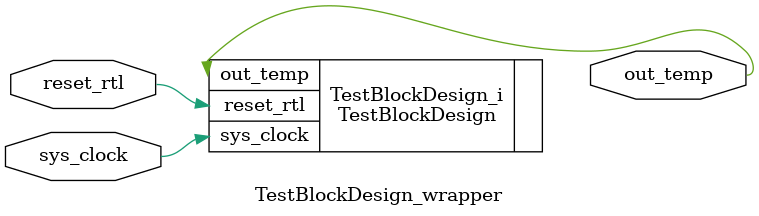
<source format=v>
`timescale 1 ps / 1 ps

module TestBlockDesign_wrapper
   (out_temp,
    reset_rtl,
    sys_clock);
  output [0:0]out_temp;
  input reset_rtl;
  input sys_clock;

  wire [0:0]out_temp;
  wire reset_rtl;
  wire sys_clock;

  TestBlockDesign TestBlockDesign_i
       (.out_temp(out_temp),
        .reset_rtl(reset_rtl),
        .sys_clock(sys_clock));
endmodule

</source>
